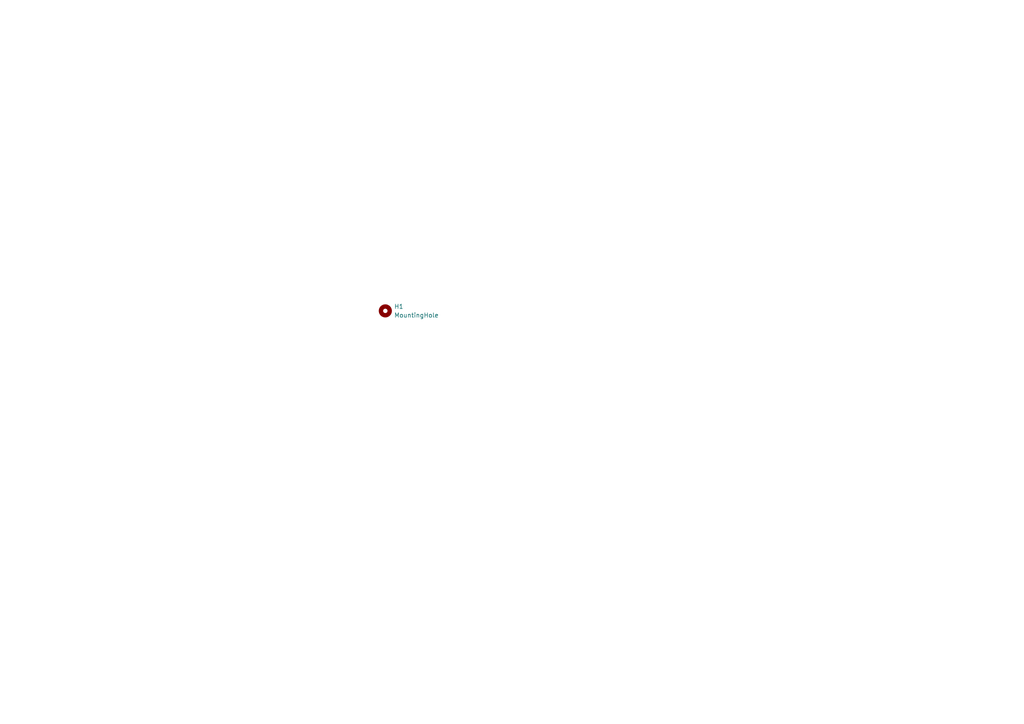
<source format=kicad_sch>
(kicad_sch (version 20230121) (generator eeschema)
  (paper "A4")
  (lib_symbols
    (symbol "Mechanical:MountingHole" (pin_names (offset 1.016))
      (property "Reference" "H" (at 0 5.08 0))
      (property "Value" "MountingHole" (at 0 3.175 0))
      (symbol "MountingHole_0_1"
        (circle (center 0 0) (radius 1.27) (stroke (width 1.27)))
      )
    )
  )
  (symbol (lib_id "Mechanical:MountingHole") (at 111.76 90.17 0) (unit 1)
    (property "Reference" "H1" (at 114.3 88.9 0) (effects (justify left)))
    (property "Value" "MountingHole" (at 114.3 91.44 0) (effects (justify left)))
  )
)
</source>
